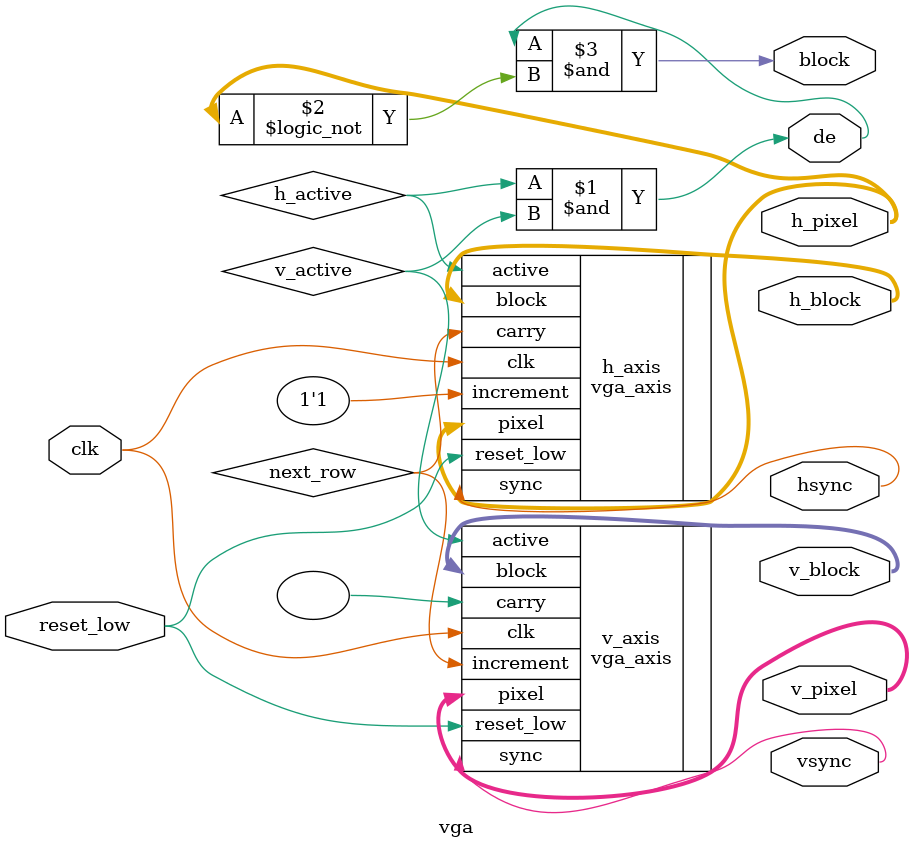
<source format=v>
`default_nettype none
module vga
(
    input wire clk,
    input wire reset_low,

    output wire de,
    output wire hsync,
    output wire vsync,

    output wire block,
    output wire [6:0] h_block,
    output wire [3:0] h_pixel,
    output wire [4:0] v_block,
    output wire [4:0] v_pixel
);

wire next_row;
wire h_active;
wire v_active;

vga_axis #(
    .BLOCKS(80),
    .PIXELS(10),
    .FRONT_PORCH(36), // 27MHz
    // .FRONT_PORCH(210), // 33Mhz
    .BACK_PORCH(46)
) h_axis
(
    .clk(clk),
    .reset_low(reset_low),

    .increment(1'b1),
    .carry(next_row),
    .active(h_active),
    .sync(hsync),

    .block(h_block),
    .pixel(h_pixel)
);

vga_axis #(
    .BLOCKS(24),
    .PIXELS(20),
    .FRONT_PORCH(7), // 27MHz
    // .FRONT_PORCH(22), // 33Mhz
    .BACK_PORCH(23)
) v_axis
(
    .clk(clk),
    .reset_low(reset_low),

    .increment(next_row),
    .active(v_active),
    .carry(),
    .sync(vsync),

    .block(v_block),
    .pixel(v_pixel)
);

assign de = h_active & v_active;
assign block = de & (h_pixel == 4'b0000);

endmodule

</source>
